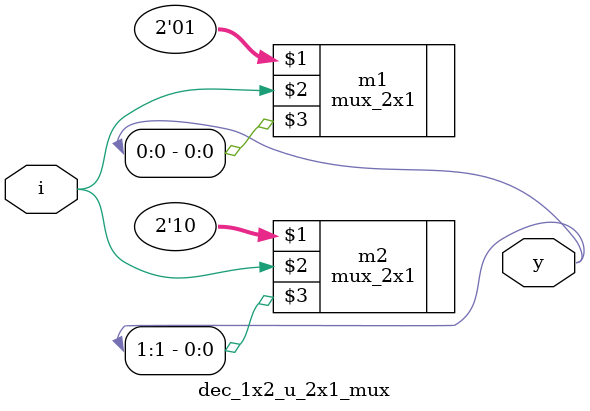
<source format=v>
`timescale 1ns / 1ps


module dec_1x2_u_2x1_mux(
input i,
output[1:0]y);

mux_2x1 m1({1'b0,1'b1},i,y[0]);
mux_2x1 m2({1'b1,1'b0},i,y[1]);

endmodule

</source>
